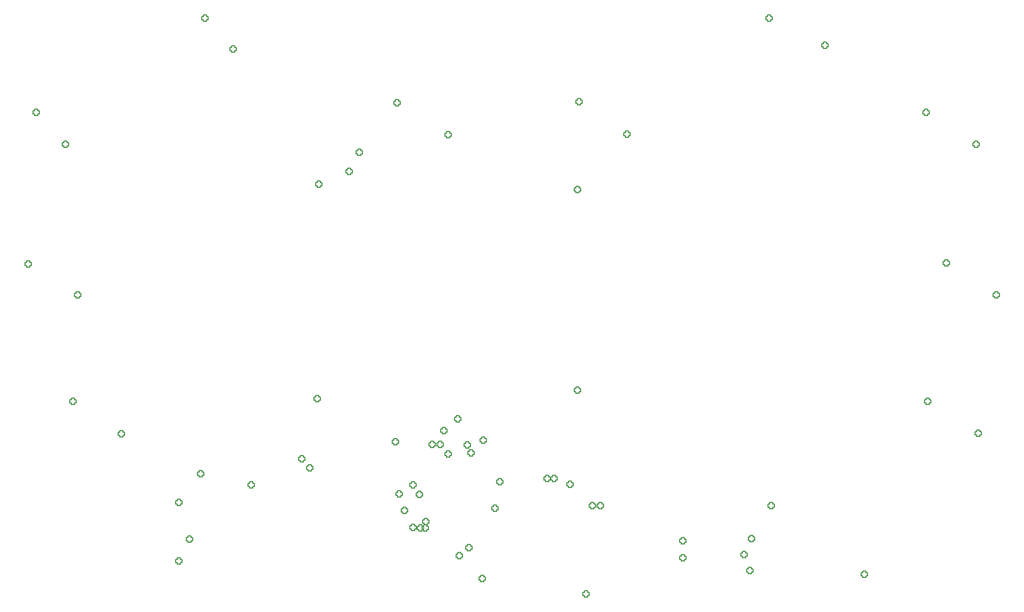
<source format=gbr>
%TF.GenerationSoftware,Altium Limited,Altium Designer,24.6.1 (21)*%
G04 Layer_Color=2752767*
%FSLAX45Y45*%
%MOMM*%
%TF.SameCoordinates,D6E34864-ACFE-43FA-A01B-F9739AC3D18D*%
%TF.FilePolarity,Positive*%
%TF.FileFunction,Drawing*%
%TF.Part,Single*%
G01*
G75*
%TA.AperFunction,NonConductor*%
%ADD54C,0.12700*%
D54*
X964410Y3221106D02*
Y3195706D01*
X1015210D01*
Y3221106D01*
X1040610D01*
Y3271906D01*
X1015210D01*
Y3297306D01*
X964410D01*
Y3271906D01*
X939010D01*
Y3221106D01*
X964410D01*
X-2007390Y4812510D02*
Y4787110D01*
X-1956590D01*
Y4812510D01*
X-1931190D01*
Y4863310D01*
X-1956590D01*
Y4888710D01*
X-2007390D01*
Y4863310D01*
X-2032790D01*
Y4812510D01*
X-2007390D01*
X-2070100Y5638800D02*
Y5613400D01*
X-2019300D01*
Y5638800D01*
X-1993900D01*
Y5689600D01*
X-2019300D01*
Y5715000D01*
X-2070100D01*
Y5689600D01*
X-2095500D01*
Y5638800D01*
X-2070100D01*
X-1684289Y4799779D02*
Y4774379D01*
X-1633489D01*
Y4799779D01*
X-1608089D01*
Y4850579D01*
X-1633489D01*
Y4875979D01*
X-1684289D01*
Y4850579D01*
X-1709689D01*
Y4799779D01*
X-1684289D01*
X-895129Y3957968D02*
Y3932568D01*
X-844329D01*
Y3957968D01*
X-818929D01*
Y4008768D01*
X-844329D01*
Y4034168D01*
X-895129D01*
Y4008768D01*
X-920529D01*
Y3957968D01*
X-895129D01*
X-7785100Y10883900D02*
Y10858500D01*
X-7734300D01*
Y10883900D01*
X-7708900D01*
Y10934700D01*
X-7734300D01*
Y10960100D01*
X-7785100D01*
Y10934700D01*
X-7810500D01*
Y10883900D01*
X-7785100D01*
X-4360004Y4953000D02*
Y4927600D01*
X-4309204D01*
Y4953000D01*
X-4283804D01*
Y5003800D01*
X-4309204D01*
Y5029200D01*
X-4360004D01*
Y5003800D01*
X-4385404D01*
Y4953000D01*
X-4360004D01*
X-1587500Y4368800D02*
Y4343400D01*
X-1536700D01*
Y4368800D01*
X-1511300D01*
Y4419600D01*
X-1536700D01*
Y4445000D01*
X-1587500D01*
Y4419600D01*
X-1612900D01*
Y4368800D01*
X-1587500D01*
X-673100Y5664200D02*
Y5638800D01*
X-622300D01*
Y5664200D01*
X-596900D01*
Y5715000D01*
X-622300D01*
Y5740400D01*
X-673100D01*
Y5715000D01*
X-698500D01*
Y5664200D01*
X-673100D01*
X-3429790Y5222814D02*
Y5197414D01*
X-3378990D01*
Y5222814D01*
X-3353590D01*
Y5273614D01*
X-3378990D01*
Y5299014D01*
X-3429790D01*
Y5273614D01*
X-3455190D01*
Y5222814D01*
X-3429790D01*
X-1593400Y4267200D02*
Y4241800D01*
X-1542600D01*
Y4267200D01*
X-1517200D01*
Y4318000D01*
X-1542600D01*
Y4343400D01*
X-1593400D01*
Y4318000D01*
X-1618800D01*
Y4267200D01*
X-1593400D01*
X-5347490Y4088610D02*
Y4063210D01*
X-5296690D01*
Y4088610D01*
X-5271290D01*
Y4139410D01*
X-5296690D01*
Y4164810D01*
X-5347490D01*
Y4139410D01*
X-5372890D01*
Y4088610D01*
X-5347490D01*
X3479010Y3844010D02*
Y3818610D01*
X3529810D01*
Y3844010D01*
X3555210D01*
Y3894810D01*
X3529810D01*
Y3920210D01*
X3479010D01*
Y3894810D01*
X3453610D01*
Y3844010D01*
X3479010D01*
X3593310Y4101310D02*
Y4075910D01*
X3644110D01*
Y4101310D01*
X3669510D01*
Y4152110D01*
X3644110D01*
Y4177510D01*
X3593310D01*
Y4152110D01*
X3567910D01*
Y4101310D01*
X3593310D01*
X3910810Y4622010D02*
Y4596610D01*
X3961610D01*
Y4622010D01*
X3987010D01*
Y4672810D01*
X3961610D01*
Y4698210D01*
X3910810D01*
Y4672810D01*
X3885410D01*
Y4622010D01*
X3910810D01*
X5390656Y3529810D02*
Y3504410D01*
X5441456D01*
Y3529810D01*
X5466856D01*
Y3580610D01*
X5441456D01*
Y3606010D01*
X5390656D01*
Y3580610D01*
X5365256D01*
Y3529810D01*
X5390656D01*
X710410Y4964910D02*
Y4939510D01*
X761210D01*
Y4964910D01*
X786610D01*
Y5015710D01*
X761210D01*
Y5041110D01*
X710410D01*
Y5015710D01*
X685010D01*
Y4964910D01*
X710410D01*
X-1359690Y5599910D02*
Y5574510D01*
X-1308890D01*
Y5599910D01*
X-1283490D01*
Y5650710D01*
X-1308890D01*
Y5676110D01*
X-1359690D01*
Y5650710D01*
X-1385090D01*
Y5599910D01*
X-1359690D01*
X-864390Y5460210D02*
Y5434810D01*
X-813590D01*
Y5460210D01*
X-788190D01*
Y5511010D01*
X-813590D01*
Y5536410D01*
X-864390D01*
Y5511010D01*
X-889790D01*
Y5460210D01*
X-864390D01*
X-407190Y5003010D02*
Y4977610D01*
X-356390D01*
Y5003010D01*
X-330990D01*
Y5053810D01*
X-356390D01*
Y5079210D01*
X-407190D01*
Y5053810D01*
X-432590D01*
Y5003010D01*
X-407190D01*
X-4648990Y11886410D02*
Y11861010D01*
X-4598190D01*
Y11886410D01*
X-4572790D01*
Y11937210D01*
X-4598190D01*
Y11962610D01*
X-4648990D01*
Y11937210D01*
X-4674390D01*
Y11886410D01*
X-4648990D01*
X-3556000Y5372100D02*
Y5346700D01*
X-3505200D01*
Y5372100D01*
X-3479800D01*
Y5422900D01*
X-3505200D01*
Y5448300D01*
X-3556000D01*
Y5422900D01*
X-3581400D01*
Y5372100D01*
X-3556000D01*
X-5169690Y5130010D02*
Y5104610D01*
X-5118890D01*
Y5130010D01*
X-5093490D01*
Y5180810D01*
X-5118890D01*
Y5206210D01*
X-5169690D01*
Y5180810D01*
X-5195090D01*
Y5130010D01*
X-5169690D01*
X-5512590Y4672810D02*
Y4647410D01*
X-5461790D01*
Y4672810D01*
X-5436390D01*
Y4723610D01*
X-5461790D01*
Y4749010D01*
X-5512590D01*
Y4723610D01*
X-5537990D01*
Y4672810D01*
X-5512590D01*
Y3745710D02*
Y3720310D01*
X-5461790D01*
Y3745710D01*
X-5436390D01*
Y3796510D01*
X-5461790D01*
Y3821910D01*
X-5512590D01*
Y3796510D01*
X-5537990D01*
Y3745710D01*
X-5512590D01*
X-6426990Y5765010D02*
Y5739610D01*
X-6376190D01*
Y5765010D01*
X-6350790D01*
Y5815810D01*
X-6376190D01*
Y5841210D01*
X-6426990D01*
Y5815810D01*
X-6452390D01*
Y5765010D01*
X-6426990D01*
X-7201690Y6285710D02*
Y6260310D01*
X-7150890D01*
Y6285710D01*
X-7125490D01*
Y6336510D01*
X-7150890D01*
Y6361910D01*
X-7201690D01*
Y6336510D01*
X-7227090D01*
Y6285710D01*
X-7201690D01*
X-7125490Y7974810D02*
Y7949410D01*
X-7074690D01*
Y7974810D01*
X-7049290D01*
Y8025610D01*
X-7074690D01*
Y8051010D01*
X-7125490D01*
Y8025610D01*
X-7150890D01*
Y7974810D01*
X-7125490D01*
X-7912890Y8470110D02*
Y8444710D01*
X-7862090D01*
Y8470110D01*
X-7836690D01*
Y8520910D01*
X-7862090D01*
Y8546310D01*
X-7912890D01*
Y8520910D01*
X-7938290D01*
Y8470110D01*
X-7912890D01*
X-7315990Y10375110D02*
Y10349710D01*
X-7265190D01*
Y10375110D01*
X-7239790D01*
Y10425910D01*
X-7265190D01*
Y10451310D01*
X-7315990D01*
Y10425910D01*
X-7341390D01*
Y10375110D01*
X-7315990D01*
X-5099544Y12381710D02*
Y12356310D01*
X-5048744D01*
Y12381710D01*
X-5023344D01*
Y12432510D01*
X-5048744D01*
Y12457910D01*
X-5099544D01*
Y12432510D01*
X-5124944D01*
Y12381710D01*
X-5099544D01*
X850210Y11048110D02*
Y11022710D01*
X901010D01*
Y11048110D01*
X926410D01*
Y11098910D01*
X901010D01*
Y11124310D01*
X850210D01*
Y11098910D01*
X824810D01*
Y11048110D01*
X850210D01*
X1618756Y10533599D02*
Y10508199D01*
X1669556D01*
Y10533599D01*
X1694956D01*
Y10584399D01*
X1669556D01*
Y10609799D01*
X1618756D01*
Y10584399D01*
X1593356D01*
Y10533599D01*
X1618756D01*
X3872910Y12381510D02*
Y12356110D01*
X3923710D01*
Y12381510D01*
X3949110D01*
Y12432310D01*
X3923710D01*
Y12457710D01*
X3872910D01*
Y12432310D01*
X3847510D01*
Y12381510D01*
X3872910D01*
X4761710Y11949910D02*
Y11924510D01*
X4812510D01*
Y11949910D01*
X4837910D01*
Y12000710D01*
X4812510D01*
Y12026110D01*
X4761710D01*
Y12000710D01*
X4736310D01*
Y11949910D01*
X4761710D01*
X6374610Y10883110D02*
Y10857710D01*
X6425410D01*
Y10883110D01*
X6450810D01*
Y10933910D01*
X6425410D01*
Y10959310D01*
X6374610D01*
Y10933910D01*
X6349210D01*
Y10883110D01*
X6374610D01*
X7168656Y10375110D02*
Y10349710D01*
X7219456D01*
Y10375110D01*
X7244856D01*
Y10425910D01*
X7219456D01*
Y10451310D01*
X7168656D01*
Y10425910D01*
X7143256D01*
Y10375110D01*
X7168656D01*
X6692110Y8482810D02*
Y8457410D01*
X6742910D01*
Y8482810D01*
X6768310D01*
Y8533610D01*
X6742910D01*
Y8559010D01*
X6692110D01*
Y8533610D01*
X6666710D01*
Y8482810D01*
X6692110D01*
X7492210Y7974810D02*
Y7949410D01*
X7543010D01*
Y7974810D01*
X7568410D01*
Y8025610D01*
X7543010D01*
Y8051010D01*
X7492210D01*
Y8025610D01*
X7466810D01*
Y7974810D01*
X7492210D01*
X6400010Y6285710D02*
Y6260310D01*
X6450810D01*
Y6285710D01*
X6476210D01*
Y6336510D01*
X6450810D01*
Y6361910D01*
X6400010D01*
Y6336510D01*
X6374610D01*
Y6285710D01*
X6400010D01*
X7200110Y5777710D02*
Y5752310D01*
X7250910D01*
Y5777710D01*
X7276310D01*
Y5828510D01*
X7250910D01*
Y5853910D01*
X7200110D01*
Y5828510D01*
X7174710D01*
Y5777710D01*
X7200110D01*
X3567910Y3593310D02*
Y3567910D01*
X3618710D01*
Y3593310D01*
X3644110D01*
Y3644110D01*
X3618710D01*
Y3669510D01*
X3567910D01*
Y3644110D01*
X3542510D01*
Y3593310D01*
X3567910D01*
X831356Y6463510D02*
Y6438110D01*
X882156D01*
Y6463510D01*
X907556D01*
Y6514310D01*
X882156D01*
Y6539710D01*
X831356D01*
Y6514310D01*
X805956D01*
Y6463510D01*
X831356D01*
Y9651210D02*
Y9625810D01*
X882156D01*
Y9651210D01*
X907556D01*
Y9702010D01*
X882156D01*
Y9727410D01*
X831356D01*
Y9702010D01*
X805956D01*
Y9651210D01*
X831356D01*
X-1232690Y10527510D02*
Y10502110D01*
X-1181890D01*
Y10527510D01*
X-1156490D01*
Y10578310D01*
X-1181890D01*
Y10603710D01*
X-1232690D01*
Y10578310D01*
X-1258090D01*
Y10527510D01*
X-1232690D01*
X-2038844Y11035510D02*
Y11010110D01*
X-1988044D01*
Y11035510D01*
X-1962644D01*
Y11086310D01*
X-1988044D01*
Y11111710D01*
X-2038844D01*
Y11086310D01*
X-2064244D01*
Y11035510D01*
X-2038844D01*
X-2642390Y10248110D02*
Y10222710D01*
X-2591590D01*
Y10248110D01*
X-2566190D01*
Y10298910D01*
X-2591590D01*
Y10324310D01*
X-2642390D01*
Y10298910D01*
X-2667790D01*
Y10248110D01*
X-2642390D01*
X-2800844Y9943310D02*
Y9917910D01*
X-2750044D01*
Y9943310D01*
X-2724644D01*
Y9994110D01*
X-2750044D01*
Y10019510D01*
X-2800844D01*
Y9994110D01*
X-2826244D01*
Y9943310D01*
X-2800844D01*
X-3290090Y9740110D02*
Y9714710D01*
X-3239290D01*
Y9740110D01*
X-3213890D01*
Y9790910D01*
X-3239290D01*
Y9816310D01*
X-3290090D01*
Y9790910D01*
X-3315490D01*
Y9740110D01*
X-3290090D01*
X-3315490Y6323810D02*
Y6298410D01*
X-3264690D01*
Y6323810D01*
X-3239290D01*
Y6374610D01*
X-3264690D01*
Y6400010D01*
X-3315490D01*
Y6374610D01*
X-3340890D01*
Y6323810D01*
X-3315490D01*
X1066010Y4622010D02*
Y4596610D01*
X1116810D01*
Y4622010D01*
X1142210D01*
Y4672810D01*
X1116810D01*
Y4698210D01*
X1066010D01*
Y4672810D01*
X1040610D01*
Y4622010D01*
X1066010D01*
X2501110Y3796510D02*
Y3771110D01*
X2551910D01*
Y3796510D01*
X2577310D01*
Y3847310D01*
X2551910D01*
Y3872710D01*
X2501110D01*
Y3847310D01*
X2475710D01*
Y3796510D01*
X2501110D01*
Y4063210D02*
Y4037810D01*
X2551910D01*
Y4063210D01*
X2577310D01*
Y4114010D01*
X2551910D01*
Y4139410D01*
X2501110D01*
Y4114010D01*
X2475710D01*
Y4063210D01*
X2501110D01*
X-1232690Y5447510D02*
Y5422110D01*
X-1181890D01*
Y5447510D01*
X-1156490D01*
Y5498310D01*
X-1181890D01*
Y5523710D01*
X-1232690D01*
Y5498310D01*
X-1258090D01*
Y5447510D01*
X-1232690D01*
X-921244Y5587210D02*
Y5561810D01*
X-870444D01*
Y5587210D01*
X-845044D01*
Y5638010D01*
X-870444D01*
Y5663410D01*
X-921244D01*
Y5638010D01*
X-946644D01*
Y5587210D01*
X-921244D01*
X-686590Y3466310D02*
Y3440910D01*
X-635790D01*
Y3466310D01*
X-610390D01*
Y3517110D01*
X-635790D01*
Y3542510D01*
X-686590D01*
Y3517110D01*
X-711990D01*
Y3466310D01*
X-686590D01*
X-1051433Y3830968D02*
Y3805568D01*
X-1000633D01*
Y3830968D01*
X-975233D01*
Y3881768D01*
X-1000633D01*
Y3907168D01*
X-1051433D01*
Y3881768D01*
X-1076833D01*
Y3830968D01*
X-1051433D01*
X-1672211Y4270205D02*
Y4244805D01*
X-1621411D01*
Y4270205D01*
X-1596011D01*
Y4321005D01*
X-1621411D01*
Y4346405D01*
X-1672211D01*
Y4321005D01*
X-1697611D01*
Y4270205D01*
X-1672211D01*
X-1790700Y4279900D02*
Y4254500D01*
X-1739900D01*
Y4279900D01*
X-1714500D01*
Y4330700D01*
X-1739900D01*
Y4356100D01*
X-1790700D01*
Y4330700D01*
X-1816100D01*
Y4279900D01*
X-1790700D01*
X-1926211Y4549605D02*
Y4524205D01*
X-1875411D01*
Y4549605D01*
X-1850011D01*
Y4600405D01*
X-1875411D01*
Y4625805D01*
X-1926211D01*
Y4600405D01*
X-1951611D01*
Y4549605D01*
X-1926211D01*
X-1791490Y4952210D02*
Y4926810D01*
X-1740690D01*
Y4952210D01*
X-1715290D01*
Y5003010D01*
X-1740690D01*
Y5028410D01*
X-1791490D01*
Y5003010D01*
X-1816890D01*
Y4952210D01*
X-1791490D01*
X1193010Y4622010D02*
Y4596610D01*
X1243810D01*
Y4622010D01*
X1269210D01*
Y4672810D01*
X1243810D01*
Y4698210D01*
X1193010D01*
Y4672810D01*
X1167610D01*
Y4622010D01*
X1193010D01*
X456410Y5053810D02*
Y5028410D01*
X507210D01*
Y5053810D01*
X532610D01*
Y5104610D01*
X507210D01*
Y5130010D01*
X456410D01*
Y5104610D01*
X431010D01*
Y5053810D01*
X456410D01*
X342110D02*
Y5028410D01*
X392910D01*
Y5053810D01*
X418310D01*
Y5104610D01*
X392910D01*
Y5130010D01*
X342110D01*
Y5104610D01*
X316710D01*
Y5053810D01*
X342110D01*
X-483390Y4583910D02*
Y4558510D01*
X-432590D01*
Y4583910D01*
X-407190D01*
Y4634710D01*
X-432590D01*
Y4660110D01*
X-483390D01*
Y4634710D01*
X-508790D01*
Y4583910D01*
X-483390D01*
X-1296190Y5816865D02*
Y5791465D01*
X-1245390D01*
Y5816865D01*
X-1219990D01*
Y5867665D01*
X-1245390D01*
Y5893065D01*
X-1296190D01*
Y5867665D01*
X-1321590D01*
Y5816865D01*
X-1296190D01*
X-1486690Y5599910D02*
Y5574510D01*
X-1435890D01*
Y5599910D01*
X-1410490D01*
Y5650710D01*
X-1435890D01*
Y5676110D01*
X-1486690D01*
Y5650710D01*
X-1512090D01*
Y5599910D01*
X-1486690D01*
X-1080290Y6006310D02*
Y5980910D01*
X-1029490D01*
Y6006310D01*
X-1004090D01*
Y6057110D01*
X-1029490D01*
Y6082510D01*
X-1080290D01*
Y6057110D01*
X-1105690D01*
Y6006310D01*
X-1080290D01*
%TF.MD5,256a1ba57881e508e767816de698f7ae*%
M02*

</source>
